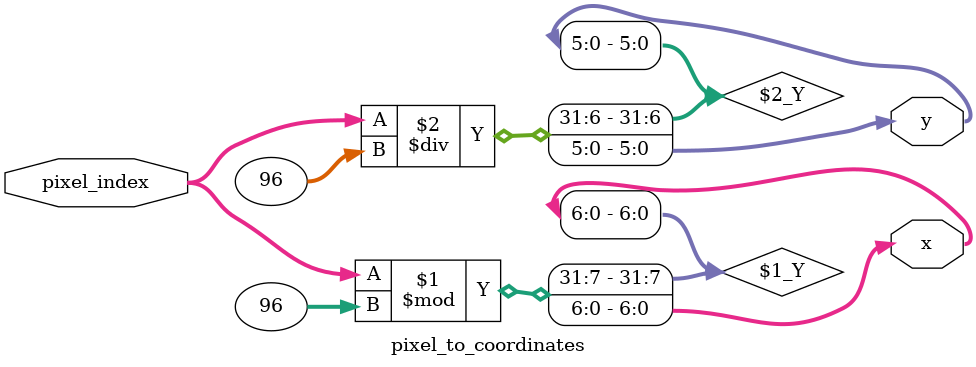
<source format=v>
`timescale 1ns / 1ps

module pixel_to_coordinates(
    input [15:0] pixel_index,
    output [6:0] x, // X coordinate (0-95 for 96 columns)
    output [5:0] y // Y coordinate (0-63 for 64 rows)
);
    
    parameter OLED_WIDTH = 96;
    parameter OLED_HEIGHT = 64;
    
    assign x = pixel_index % OLED_WIDTH;
    assign y = pixel_index / OLED_WIDTH;
    
endmodule

</source>
